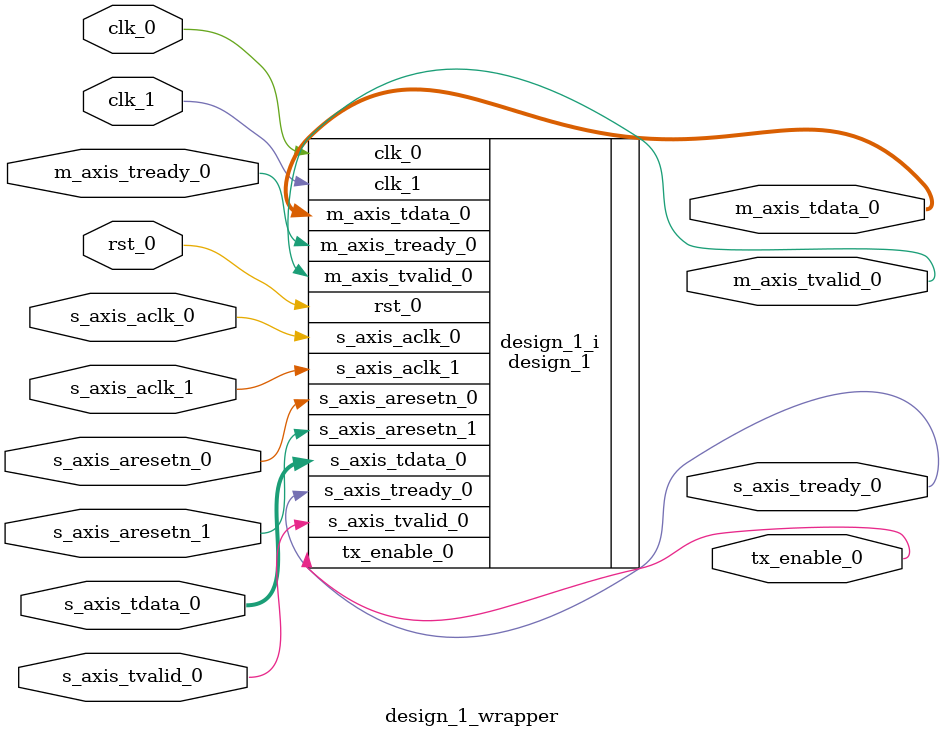
<source format=v>
`timescale 1 ps / 1 ps

module design_1_wrapper
   (clk_0,
    clk_1,
    m_axis_tdata_0,
    m_axis_tready_0,
    m_axis_tvalid_0,
    rst_0,
    s_axis_aclk_0,
    s_axis_aclk_1,
    s_axis_aresetn_0,
    s_axis_aresetn_1,
    s_axis_tdata_0,
    s_axis_tready_0,
    s_axis_tvalid_0,
    tx_enable_0);
  input clk_0;
  input clk_1;
  output [7:0]m_axis_tdata_0;
  input m_axis_tready_0;
  output m_axis_tvalid_0;
  input rst_0;
  input s_axis_aclk_0;
  input s_axis_aclk_1;
  input s_axis_aresetn_0;
  input s_axis_aresetn_1;
  input [7:0]s_axis_tdata_0;
  output s_axis_tready_0;
  input s_axis_tvalid_0;
  output tx_enable_0;

  wire clk_0;
  wire clk_1;
  wire [7:0]m_axis_tdata_0;
  wire m_axis_tready_0;
  wire m_axis_tvalid_0;
  wire rst_0;
  wire s_axis_aclk_0;
  wire s_axis_aclk_1;
  wire s_axis_aresetn_0;
  wire s_axis_aresetn_1;
  wire [7:0]s_axis_tdata_0;
  wire s_axis_tready_0;
  wire s_axis_tvalid_0;
  wire tx_enable_0;

  design_1 design_1_i
       (.clk_0(clk_0),
        .clk_1(clk_1),
        .m_axis_tdata_0(m_axis_tdata_0),
        .m_axis_tready_0(m_axis_tready_0),
        .m_axis_tvalid_0(m_axis_tvalid_0),
        .rst_0(rst_0),
        .s_axis_aclk_0(s_axis_aclk_0),
        .s_axis_aclk_1(s_axis_aclk_1),
        .s_axis_aresetn_0(s_axis_aresetn_0),
        .s_axis_aresetn_1(s_axis_aresetn_1),
        .s_axis_tdata_0(s_axis_tdata_0),
        .s_axis_tready_0(s_axis_tready_0),
        .s_axis_tvalid_0(s_axis_tvalid_0),
        .tx_enable_0(tx_enable_0));
endmodule

</source>
